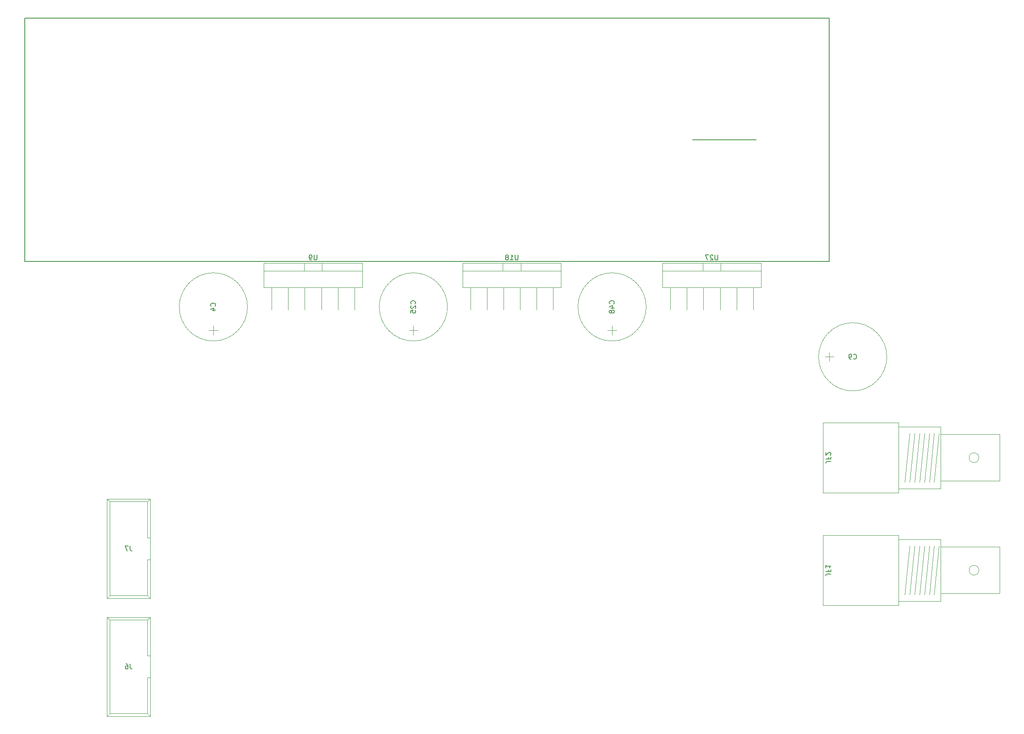
<source format=gbr>
%TF.GenerationSoftware,KiCad,Pcbnew,(5.1.12)-1*%
%TF.CreationDate,2023-01-04T10:21:47+01:00*%
%TF.ProjectId,current3Av2,63757272-656e-4743-9341-76322e6b6963,1.0*%
%TF.SameCoordinates,Original*%
%TF.FileFunction,AssemblyDrawing,Bot*%
%FSLAX46Y46*%
G04 Gerber Fmt 4.6, Leading zero omitted, Abs format (unit mm)*
G04 Created by KiCad (PCBNEW (5.1.12)-1) date 2023-01-04 10:21:47*
%MOMM*%
%LPD*%
G01*
G04 APERTURE LIST*
%ADD10C,0.150000*%
%ADD11C,0.100000*%
G04 APERTURE END LIST*
D10*
X-15070000Y-52940000D02*
X149930000Y-52940000D01*
X149930000Y-27940000D02*
X149930000Y-40640000D01*
X149930000Y-52940000D02*
X149930000Y-2940000D01*
X-15070000Y-2940000D02*
X149930000Y-2940000D01*
X-15070000Y-52940000D02*
X-15070000Y-2940000D01*
X134930000Y-27940000D02*
X121930000Y-27940000D01*
D11*
X112410000Y-62270000D02*
G75*
G03*
X112410000Y-62270000I-7000000J0D01*
G01*
X105410000Y-67970000D02*
X105410000Y-66170000D01*
X106310000Y-67070000D02*
X104510000Y-67070000D01*
X24522000Y-67070000D02*
X22722000Y-67070000D01*
X23622000Y-67970000D02*
X23622000Y-66170000D01*
X30622000Y-62270000D02*
G75*
G03*
X30622000Y-62270000I-7000000J0D01*
G01*
X65543000Y-67070000D02*
X63743000Y-67070000D01*
X64643000Y-67970000D02*
X64643000Y-66170000D01*
X71643000Y-62270000D02*
G75*
G03*
X71643000Y-62270000I-7000000J0D01*
G01*
X171483000Y-121332000D02*
X172483000Y-111332000D01*
X170483000Y-121332000D02*
X171483000Y-111332000D01*
X169483000Y-121332000D02*
X170483000Y-111332000D01*
X168483000Y-121332000D02*
X169483000Y-111332000D01*
X167483000Y-121332000D02*
X168483000Y-111332000D01*
X166483000Y-121332000D02*
X167483000Y-111332000D01*
X180653000Y-116332000D02*
G75*
G03*
X180653000Y-116332000I-1000000J0D01*
G01*
X172783000Y-111532000D02*
X184883000Y-111532000D01*
X184883000Y-111532000D02*
X184883000Y-121132000D01*
X184883000Y-121132000D02*
X172783000Y-121132000D01*
X164183000Y-109982000D02*
X172783000Y-109982000D01*
X172783000Y-109982000D02*
X172783000Y-122682000D01*
X172783000Y-122682000D02*
X164183000Y-122682000D01*
X148683000Y-123532000D02*
X148683000Y-109132000D01*
X148683000Y-109132000D02*
X164183000Y-109132000D01*
X164183000Y-109132000D02*
X164183000Y-123532000D01*
X164183000Y-123532000D02*
X148683000Y-123532000D01*
X165483000Y-121332000D02*
X166483000Y-111332000D01*
X165483000Y-98218000D02*
X166483000Y-88218000D01*
X164183000Y-100418000D02*
X148683000Y-100418000D01*
X164183000Y-86018000D02*
X164183000Y-100418000D01*
X148683000Y-86018000D02*
X164183000Y-86018000D01*
X148683000Y-100418000D02*
X148683000Y-86018000D01*
X172783000Y-99568000D02*
X164183000Y-99568000D01*
X172783000Y-86868000D02*
X172783000Y-99568000D01*
X164183000Y-86868000D02*
X172783000Y-86868000D01*
X184883000Y-98018000D02*
X172783000Y-98018000D01*
X184883000Y-88418000D02*
X184883000Y-98018000D01*
X172783000Y-88418000D02*
X184883000Y-88418000D01*
X180653000Y-93218000D02*
G75*
G03*
X180653000Y-93218000I-1000000J0D01*
G01*
X166483000Y-98218000D02*
X167483000Y-88218000D01*
X167483000Y-98218000D02*
X168483000Y-88218000D01*
X168483000Y-98218000D02*
X169483000Y-88218000D01*
X169483000Y-98218000D02*
X170483000Y-88218000D01*
X170483000Y-98218000D02*
X171483000Y-88218000D01*
X171483000Y-98218000D02*
X172483000Y-88218000D01*
X149973000Y-73417000D02*
X149973000Y-71617000D01*
X149073000Y-72517000D02*
X150873000Y-72517000D01*
X161773000Y-72517000D02*
G75*
G03*
X161773000Y-72517000I-7000000J0D01*
G01*
X1798000Y-125964000D02*
X1798000Y-146324000D01*
X2348000Y-126504000D02*
X2348000Y-145764000D01*
X10648000Y-125964000D02*
X10648000Y-146324000D01*
X10098000Y-126504000D02*
X10098000Y-133894000D01*
X10098000Y-138394000D02*
X10098000Y-145764000D01*
X10098000Y-133894000D02*
X10648000Y-133894000D01*
X10098000Y-138394000D02*
X10648000Y-138394000D01*
X1798000Y-125964000D02*
X10648000Y-125964000D01*
X2348000Y-126504000D02*
X10098000Y-126504000D01*
X1798000Y-146324000D02*
X10648000Y-146324000D01*
X2348000Y-145764000D02*
X10098000Y-145764000D01*
X1798000Y-125964000D02*
X2348000Y-126504000D01*
X1798000Y-146324000D02*
X2348000Y-145764000D01*
X10648000Y-125964000D02*
X10098000Y-126504000D01*
X10648000Y-146324000D02*
X10098000Y-145764000D01*
X10648000Y-122067000D02*
X10098000Y-121507000D01*
X10648000Y-101707000D02*
X10098000Y-102247000D01*
X1798000Y-122067000D02*
X2348000Y-121507000D01*
X1798000Y-101707000D02*
X2348000Y-102247000D01*
X2348000Y-121507000D02*
X10098000Y-121507000D01*
X1798000Y-122067000D02*
X10648000Y-122067000D01*
X2348000Y-102247000D02*
X10098000Y-102247000D01*
X1798000Y-101707000D02*
X10648000Y-101707000D01*
X10098000Y-114137000D02*
X10648000Y-114137000D01*
X10098000Y-109637000D02*
X10648000Y-109637000D01*
X10098000Y-114137000D02*
X10098000Y-121507000D01*
X10098000Y-102247000D02*
X10098000Y-109637000D01*
X10648000Y-101707000D02*
X10648000Y-122067000D01*
X2348000Y-102247000D02*
X2348000Y-121507000D01*
X1798000Y-101707000D02*
X1798000Y-122067000D01*
X35578000Y-58285000D02*
X35578000Y-62865000D01*
X38978000Y-58285000D02*
X38978000Y-62865000D01*
X42378000Y-58285000D02*
X42378000Y-62865000D01*
X45778000Y-58285000D02*
X45778000Y-62865000D01*
X49178000Y-58285000D02*
X49178000Y-62865000D01*
X52578000Y-58285000D02*
X52578000Y-62865000D01*
X42228000Y-53285000D02*
X42228000Y-54885000D01*
X45928000Y-53285000D02*
X45928000Y-54885000D01*
X54178000Y-54885000D02*
X33978000Y-54885000D01*
X33978000Y-53285000D02*
X54178000Y-53285000D01*
X33978000Y-58285000D02*
X33978000Y-53285000D01*
X54178000Y-58285000D02*
X33978000Y-58285000D01*
X54178000Y-53285000D02*
X54178000Y-58285000D01*
X94945000Y-53285000D02*
X94945000Y-58285000D01*
X94945000Y-58285000D02*
X74745000Y-58285000D01*
X74745000Y-58285000D02*
X74745000Y-53285000D01*
X74745000Y-53285000D02*
X94945000Y-53285000D01*
X94945000Y-54885000D02*
X74745000Y-54885000D01*
X86695000Y-53285000D02*
X86695000Y-54885000D01*
X82995000Y-53285000D02*
X82995000Y-54885000D01*
X93345000Y-58285000D02*
X93345000Y-62865000D01*
X89945000Y-58285000D02*
X89945000Y-62865000D01*
X86545000Y-58285000D02*
X86545000Y-62865000D01*
X83145000Y-58285000D02*
X83145000Y-62865000D01*
X79745000Y-58285000D02*
X79745000Y-62865000D01*
X76345000Y-58285000D02*
X76345000Y-62865000D01*
X117366000Y-58285000D02*
X117366000Y-62865000D01*
X120766000Y-58285000D02*
X120766000Y-62865000D01*
X124166000Y-58285000D02*
X124166000Y-62865000D01*
X127566000Y-58285000D02*
X127566000Y-62865000D01*
X130966000Y-58285000D02*
X130966000Y-62865000D01*
X134366000Y-58285000D02*
X134366000Y-62865000D01*
X124016000Y-53285000D02*
X124016000Y-54885000D01*
X127716000Y-53285000D02*
X127716000Y-54885000D01*
X135966000Y-54885000D02*
X115766000Y-54885000D01*
X115766000Y-53285000D02*
X135966000Y-53285000D01*
X115766000Y-58285000D02*
X115766000Y-53285000D01*
X135966000Y-58285000D02*
X115766000Y-58285000D01*
X135966000Y-53285000D02*
X135966000Y-58285000D01*
D10*
X105767142Y-61627142D02*
X105814761Y-61579523D01*
X105862380Y-61436666D01*
X105862380Y-61341428D01*
X105814761Y-61198571D01*
X105719523Y-61103333D01*
X105624285Y-61055714D01*
X105433809Y-61008095D01*
X105290952Y-61008095D01*
X105100476Y-61055714D01*
X105005238Y-61103333D01*
X104910000Y-61198571D01*
X104862380Y-61341428D01*
X104862380Y-61436666D01*
X104910000Y-61579523D01*
X104957619Y-61627142D01*
X105195714Y-62484285D02*
X105862380Y-62484285D01*
X104814761Y-62246190D02*
X105529047Y-62008095D01*
X105529047Y-62627142D01*
X105290952Y-63150952D02*
X105243333Y-63055714D01*
X105195714Y-63008095D01*
X105100476Y-62960476D01*
X105052857Y-62960476D01*
X104957619Y-63008095D01*
X104910000Y-63055714D01*
X104862380Y-63150952D01*
X104862380Y-63341428D01*
X104910000Y-63436666D01*
X104957619Y-63484285D01*
X105052857Y-63531904D01*
X105100476Y-63531904D01*
X105195714Y-63484285D01*
X105243333Y-63436666D01*
X105290952Y-63341428D01*
X105290952Y-63150952D01*
X105338571Y-63055714D01*
X105386190Y-63008095D01*
X105481428Y-62960476D01*
X105671904Y-62960476D01*
X105767142Y-63008095D01*
X105814761Y-63055714D01*
X105862380Y-63150952D01*
X105862380Y-63341428D01*
X105814761Y-63436666D01*
X105767142Y-63484285D01*
X105671904Y-63531904D01*
X105481428Y-63531904D01*
X105386190Y-63484285D01*
X105338571Y-63436666D01*
X105290952Y-63341428D01*
X23979142Y-62103333D02*
X24026761Y-62055714D01*
X24074380Y-61912857D01*
X24074380Y-61817619D01*
X24026761Y-61674761D01*
X23931523Y-61579523D01*
X23836285Y-61531904D01*
X23645809Y-61484285D01*
X23502952Y-61484285D01*
X23312476Y-61531904D01*
X23217238Y-61579523D01*
X23122000Y-61674761D01*
X23074380Y-61817619D01*
X23074380Y-61912857D01*
X23122000Y-62055714D01*
X23169619Y-62103333D01*
X23407714Y-62960476D02*
X24074380Y-62960476D01*
X23026761Y-62722380D02*
X23741047Y-62484285D01*
X23741047Y-63103333D01*
X65000142Y-61627142D02*
X65047761Y-61579523D01*
X65095380Y-61436666D01*
X65095380Y-61341428D01*
X65047761Y-61198571D01*
X64952523Y-61103333D01*
X64857285Y-61055714D01*
X64666809Y-61008095D01*
X64523952Y-61008095D01*
X64333476Y-61055714D01*
X64238238Y-61103333D01*
X64143000Y-61198571D01*
X64095380Y-61341428D01*
X64095380Y-61436666D01*
X64143000Y-61579523D01*
X64190619Y-61627142D01*
X64190619Y-62008095D02*
X64143000Y-62055714D01*
X64095380Y-62150952D01*
X64095380Y-62389047D01*
X64143000Y-62484285D01*
X64190619Y-62531904D01*
X64285857Y-62579523D01*
X64381095Y-62579523D01*
X64523952Y-62531904D01*
X65095380Y-61960476D01*
X65095380Y-62579523D01*
X64095380Y-63484285D02*
X64095380Y-63008095D01*
X64571571Y-62960476D01*
X64523952Y-63008095D01*
X64476333Y-63103333D01*
X64476333Y-63341428D01*
X64523952Y-63436666D01*
X64571571Y-63484285D01*
X64666809Y-63531904D01*
X64904904Y-63531904D01*
X65000142Y-63484285D01*
X65047761Y-63436666D01*
X65095380Y-63341428D01*
X65095380Y-63103333D01*
X65047761Y-63008095D01*
X65000142Y-62960476D01*
X150280619Y-117093904D02*
X149566333Y-117093904D01*
X149423476Y-117141523D01*
X149328238Y-117236761D01*
X149280619Y-117379619D01*
X149280619Y-117474857D01*
X149804428Y-116284380D02*
X149804428Y-116617714D01*
X149280619Y-116617714D02*
X150280619Y-116617714D01*
X150280619Y-116141523D01*
X149280619Y-115236761D02*
X149280619Y-115808190D01*
X149280619Y-115522476D02*
X150280619Y-115522476D01*
X150137761Y-115617714D01*
X150042523Y-115712952D01*
X149994904Y-115808190D01*
X150280619Y-93979904D02*
X149566333Y-93979904D01*
X149423476Y-94027523D01*
X149328238Y-94122761D01*
X149280619Y-94265619D01*
X149280619Y-94360857D01*
X149804428Y-93170380D02*
X149804428Y-93503714D01*
X149280619Y-93503714D02*
X150280619Y-93503714D01*
X150280619Y-93027523D01*
X150185380Y-92694190D02*
X150233000Y-92646571D01*
X150280619Y-92551333D01*
X150280619Y-92313238D01*
X150233000Y-92218000D01*
X150185380Y-92170380D01*
X150090142Y-92122761D01*
X149994904Y-92122761D01*
X149852047Y-92170380D01*
X149280619Y-92741809D01*
X149280619Y-92122761D01*
X154939666Y-72874142D02*
X154987285Y-72921761D01*
X155130142Y-72969380D01*
X155225380Y-72969380D01*
X155368238Y-72921761D01*
X155463476Y-72826523D01*
X155511095Y-72731285D01*
X155558714Y-72540809D01*
X155558714Y-72397952D01*
X155511095Y-72207476D01*
X155463476Y-72112238D01*
X155368238Y-72017000D01*
X155225380Y-71969380D01*
X155130142Y-71969380D01*
X154987285Y-72017000D01*
X154939666Y-72064619D01*
X154463476Y-72969380D02*
X154273000Y-72969380D01*
X154177761Y-72921761D01*
X154130142Y-72874142D01*
X154034904Y-72731285D01*
X153987285Y-72540809D01*
X153987285Y-72159857D01*
X154034904Y-72064619D01*
X154082523Y-72017000D01*
X154177761Y-71969380D01*
X154368238Y-71969380D01*
X154463476Y-72017000D01*
X154511095Y-72064619D01*
X154558714Y-72159857D01*
X154558714Y-72397952D01*
X154511095Y-72493190D01*
X154463476Y-72540809D01*
X154368238Y-72588428D01*
X154177761Y-72588428D01*
X154082523Y-72540809D01*
X154034904Y-72493190D01*
X153987285Y-72397952D01*
X6556333Y-135596380D02*
X6556333Y-136310666D01*
X6603952Y-136453523D01*
X6699190Y-136548761D01*
X6842047Y-136596380D01*
X6937285Y-136596380D01*
X5651571Y-135596380D02*
X5842047Y-135596380D01*
X5937285Y-135644000D01*
X5984904Y-135691619D01*
X6080142Y-135834476D01*
X6127761Y-136024952D01*
X6127761Y-136405904D01*
X6080142Y-136501142D01*
X6032523Y-136548761D01*
X5937285Y-136596380D01*
X5746809Y-136596380D01*
X5651571Y-136548761D01*
X5603952Y-136501142D01*
X5556333Y-136405904D01*
X5556333Y-136167809D01*
X5603952Y-136072571D01*
X5651571Y-136024952D01*
X5746809Y-135977333D01*
X5937285Y-135977333D01*
X6032523Y-136024952D01*
X6080142Y-136072571D01*
X6127761Y-136167809D01*
X6556333Y-111339380D02*
X6556333Y-112053666D01*
X6603952Y-112196523D01*
X6699190Y-112291761D01*
X6842047Y-112339380D01*
X6937285Y-112339380D01*
X6175380Y-111339380D02*
X5508714Y-111339380D01*
X5937285Y-112339380D01*
X44839904Y-51617380D02*
X44839904Y-52426904D01*
X44792285Y-52522142D01*
X44744666Y-52569761D01*
X44649428Y-52617380D01*
X44458952Y-52617380D01*
X44363714Y-52569761D01*
X44316095Y-52522142D01*
X44268476Y-52426904D01*
X44268476Y-51617380D01*
X43744666Y-52617380D02*
X43554190Y-52617380D01*
X43458952Y-52569761D01*
X43411333Y-52522142D01*
X43316095Y-52379285D01*
X43268476Y-52188809D01*
X43268476Y-51807857D01*
X43316095Y-51712619D01*
X43363714Y-51665000D01*
X43458952Y-51617380D01*
X43649428Y-51617380D01*
X43744666Y-51665000D01*
X43792285Y-51712619D01*
X43839904Y-51807857D01*
X43839904Y-52045952D01*
X43792285Y-52141190D01*
X43744666Y-52188809D01*
X43649428Y-52236428D01*
X43458952Y-52236428D01*
X43363714Y-52188809D01*
X43316095Y-52141190D01*
X43268476Y-52045952D01*
X86083095Y-51617380D02*
X86083095Y-52426904D01*
X86035476Y-52522142D01*
X85987857Y-52569761D01*
X85892619Y-52617380D01*
X85702142Y-52617380D01*
X85606904Y-52569761D01*
X85559285Y-52522142D01*
X85511666Y-52426904D01*
X85511666Y-51617380D01*
X84511666Y-52617380D02*
X85083095Y-52617380D01*
X84797380Y-52617380D02*
X84797380Y-51617380D01*
X84892619Y-51760238D01*
X84987857Y-51855476D01*
X85083095Y-51903095D01*
X83940238Y-52045952D02*
X84035476Y-51998333D01*
X84083095Y-51950714D01*
X84130714Y-51855476D01*
X84130714Y-51807857D01*
X84083095Y-51712619D01*
X84035476Y-51665000D01*
X83940238Y-51617380D01*
X83749761Y-51617380D01*
X83654523Y-51665000D01*
X83606904Y-51712619D01*
X83559285Y-51807857D01*
X83559285Y-51855476D01*
X83606904Y-51950714D01*
X83654523Y-51998333D01*
X83749761Y-52045952D01*
X83940238Y-52045952D01*
X84035476Y-52093571D01*
X84083095Y-52141190D01*
X84130714Y-52236428D01*
X84130714Y-52426904D01*
X84083095Y-52522142D01*
X84035476Y-52569761D01*
X83940238Y-52617380D01*
X83749761Y-52617380D01*
X83654523Y-52569761D01*
X83606904Y-52522142D01*
X83559285Y-52426904D01*
X83559285Y-52236428D01*
X83606904Y-52141190D01*
X83654523Y-52093571D01*
X83749761Y-52045952D01*
X127104095Y-51617380D02*
X127104095Y-52426904D01*
X127056476Y-52522142D01*
X127008857Y-52569761D01*
X126913619Y-52617380D01*
X126723142Y-52617380D01*
X126627904Y-52569761D01*
X126580285Y-52522142D01*
X126532666Y-52426904D01*
X126532666Y-51617380D01*
X126104095Y-51712619D02*
X126056476Y-51665000D01*
X125961238Y-51617380D01*
X125723142Y-51617380D01*
X125627904Y-51665000D01*
X125580285Y-51712619D01*
X125532666Y-51807857D01*
X125532666Y-51903095D01*
X125580285Y-52045952D01*
X126151714Y-52617380D01*
X125532666Y-52617380D01*
X125199333Y-51617380D02*
X124532666Y-51617380D01*
X124961238Y-52617380D01*
M02*

</source>
